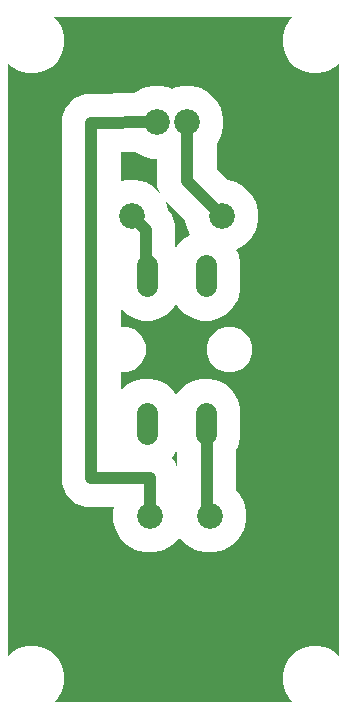
<source format=gbr>
G04 EAGLE Gerber RS-274X export*
G75*
%MOMM*%
%FSLAX34Y34*%
%LPD*%
%INBottom Copper*%
%IPPOS*%
%AMOC8*
5,1,8,0,0,1.08239X$1,22.5*%
G01*
%ADD10C,2.184400*%
%ADD11C,1.790700*%
%ADD12C,1.000000*%

G36*
X250724Y10156D02*
X250724Y10156D01*
X250726Y10156D01*
X250726Y10158D01*
X250727Y10160D01*
X250726Y10161D01*
X250726Y10164D01*
X247870Y13019D01*
X244229Y19326D01*
X242345Y26359D01*
X242345Y33641D01*
X244229Y40674D01*
X247870Y46981D01*
X253019Y52130D01*
X259326Y55771D01*
X266359Y57655D01*
X273641Y57655D01*
X280674Y55771D01*
X286981Y52130D01*
X289836Y49274D01*
X289838Y49274D01*
X289839Y49273D01*
X289841Y49274D01*
X289843Y49274D01*
X289843Y49276D01*
X289845Y49278D01*
X289845Y550722D01*
X289844Y550724D01*
X289844Y550726D01*
X289842Y550726D01*
X289840Y550727D01*
X289839Y550726D01*
X289836Y550726D01*
X286981Y547870D01*
X280674Y544229D01*
X273641Y542345D01*
X266359Y542345D01*
X259326Y544229D01*
X253019Y547870D01*
X247870Y553019D01*
X244229Y559326D01*
X242345Y566359D01*
X242345Y573641D01*
X244229Y580674D01*
X247870Y586981D01*
X250726Y589836D01*
X250726Y589838D01*
X250727Y589839D01*
X250726Y589841D01*
X250726Y589843D01*
X250724Y589843D01*
X250722Y589845D01*
X49278Y589845D01*
X49276Y589844D01*
X49274Y589844D01*
X49274Y589842D01*
X49273Y589840D01*
X49274Y589839D01*
X49274Y589836D01*
X52130Y586981D01*
X55771Y580674D01*
X57655Y573641D01*
X57655Y566359D01*
X55771Y559326D01*
X52130Y553019D01*
X46981Y547870D01*
X40674Y544229D01*
X33641Y542345D01*
X26359Y542345D01*
X19326Y544229D01*
X13019Y547870D01*
X10164Y550726D01*
X10162Y550726D01*
X10161Y550727D01*
X10159Y550726D01*
X10157Y550726D01*
X10157Y550724D01*
X10155Y550722D01*
X10155Y49278D01*
X10156Y49276D01*
X10156Y49274D01*
X10158Y49274D01*
X10160Y49273D01*
X10161Y49274D01*
X10162Y49274D01*
X10164Y49274D01*
X13019Y52130D01*
X19326Y55771D01*
X26359Y57655D01*
X33641Y57655D01*
X40674Y55771D01*
X46981Y52130D01*
X52130Y46981D01*
X55771Y40674D01*
X57655Y33641D01*
X57655Y26359D01*
X55771Y19326D01*
X52130Y13019D01*
X49274Y10164D01*
X49274Y10162D01*
X49273Y10161D01*
X49274Y10159D01*
X49274Y10157D01*
X49276Y10157D01*
X49278Y10155D01*
X250722Y10155D01*
X250724Y10156D01*
G37*
%LPC*%
G36*
X125730Y136783D02*
X125730Y136783D01*
X117866Y138890D01*
X110816Y142960D01*
X105060Y148716D01*
X100990Y155766D01*
X98883Y163630D01*
X98883Y171770D01*
X99748Y174999D01*
X99747Y175000D01*
X99745Y175004D01*
X99744Y175004D01*
X99743Y175005D01*
X75328Y175005D01*
X66141Y178810D01*
X59110Y185841D01*
X55305Y195028D01*
X55305Y499881D01*
X55236Y504673D01*
X55304Y504845D01*
X55304Y504846D01*
X55305Y504847D01*
X55305Y505031D01*
X57139Y509459D01*
X58910Y513914D01*
X59038Y514046D01*
X59038Y514047D01*
X59039Y514048D01*
X59110Y514218D01*
X62498Y517606D01*
X65840Y521045D01*
X66009Y521118D01*
X66010Y521119D01*
X66011Y521119D01*
X66141Y521249D01*
X70569Y523083D01*
X70569Y523084D01*
X70569Y523083D01*
X74971Y524981D01*
X75156Y524984D01*
X75157Y524985D01*
X75158Y524984D01*
X75328Y525055D01*
X80121Y525055D01*
X116989Y525582D01*
X116990Y525583D01*
X116991Y525583D01*
X123966Y529610D01*
X131830Y531717D01*
X139970Y531717D01*
X147834Y529610D01*
X148598Y529169D01*
X148601Y529170D01*
X148603Y529169D01*
X149366Y529610D01*
X157230Y531717D01*
X165370Y531717D01*
X173234Y529610D01*
X180284Y525540D01*
X186040Y519784D01*
X190110Y512734D01*
X192217Y504870D01*
X192217Y496730D01*
X190110Y488866D01*
X186484Y482585D01*
X186484Y482584D01*
X186483Y482583D01*
X186483Y461551D01*
X186485Y461550D01*
X186485Y461548D01*
X196024Y452009D01*
X196025Y452009D01*
X196026Y452008D01*
X202734Y450210D01*
X209784Y446140D01*
X215540Y440384D01*
X219610Y433334D01*
X221717Y425470D01*
X221717Y417330D01*
X219610Y409466D01*
X215540Y402416D01*
X209784Y396660D01*
X203280Y392905D01*
X203278Y392899D01*
X203278Y392898D01*
X204368Y391011D01*
X206341Y383649D01*
X206341Y358119D01*
X204368Y350757D01*
X200557Y344156D01*
X195167Y338766D01*
X188566Y334955D01*
X181203Y332982D01*
X173581Y332982D01*
X166218Y334955D01*
X159617Y338766D01*
X154227Y344156D01*
X152504Y347140D01*
X152503Y347140D01*
X152503Y347141D01*
X152501Y347141D01*
X152498Y347142D01*
X152497Y347140D01*
X152496Y347140D01*
X150773Y344156D01*
X145383Y338766D01*
X138782Y334955D01*
X131419Y332982D01*
X123797Y332982D01*
X116434Y334955D01*
X109833Y338766D01*
X105304Y343295D01*
X105302Y343295D01*
X105301Y343297D01*
X105299Y343295D01*
X105297Y343296D01*
X105297Y343293D01*
X105295Y343292D01*
X105295Y327577D01*
X105300Y327572D01*
X105300Y327573D01*
X105300Y327572D01*
X111356Y327572D01*
X118402Y324653D01*
X123795Y319260D01*
X126714Y312214D01*
X126714Y304586D01*
X123795Y297540D01*
X118402Y292147D01*
X111356Y289228D01*
X105300Y289228D01*
X105295Y289223D01*
X105296Y289223D01*
X105295Y289223D01*
X105295Y273508D01*
X105296Y273507D01*
X105296Y273505D01*
X105298Y273505D01*
X105300Y273503D01*
X105300Y273504D01*
X105301Y273504D01*
X105302Y273505D01*
X105304Y273505D01*
X109833Y278034D01*
X116434Y281845D01*
X123797Y283818D01*
X131419Y283818D01*
X138782Y281845D01*
X145383Y278034D01*
X150773Y272644D01*
X152496Y269660D01*
X152497Y269660D01*
X152497Y269659D01*
X152499Y269659D01*
X152500Y269658D01*
X152501Y269658D01*
X152502Y269658D01*
X152503Y269660D01*
X152504Y269660D01*
X154227Y272644D01*
X159617Y278034D01*
X166218Y281845D01*
X173581Y283818D01*
X181203Y283818D01*
X188566Y281845D01*
X195167Y278034D01*
X200557Y272644D01*
X204368Y266043D01*
X206341Y258681D01*
X206341Y233151D01*
X204368Y225789D01*
X203248Y223849D01*
X203248Y223848D01*
X203247Y223847D01*
X203247Y223846D01*
X203247Y188778D01*
X203249Y188777D01*
X203249Y188775D01*
X205340Y186684D01*
X209410Y179634D01*
X211517Y171770D01*
X211517Y163630D01*
X209410Y155766D01*
X205340Y148716D01*
X199584Y142960D01*
X192534Y138890D01*
X184670Y136783D01*
X176530Y136783D01*
X168666Y138890D01*
X161616Y142960D01*
X155860Y148716D01*
X155204Y149852D01*
X155203Y149853D01*
X155203Y149854D01*
X155201Y149853D01*
X155198Y149854D01*
X155197Y149853D01*
X155196Y149852D01*
X154540Y148716D01*
X148784Y142960D01*
X141734Y138890D01*
X133870Y136783D01*
X125730Y136783D01*
G37*
%LPD*%
%LPC*%
G36*
X193644Y289228D02*
X193644Y289228D01*
X186598Y292147D01*
X181205Y297540D01*
X178286Y304586D01*
X178286Y312214D01*
X181205Y319260D01*
X186598Y324653D01*
X193644Y327572D01*
X201272Y327572D01*
X208318Y324653D01*
X213711Y319260D01*
X216630Y312214D01*
X216630Y304586D01*
X213711Y297540D01*
X208318Y292147D01*
X201272Y289228D01*
X193644Y289228D01*
G37*
%LPD*%
G36*
X138597Y441131D02*
X138597Y441131D01*
X138598Y441131D01*
X138599Y441134D01*
X138600Y441137D01*
X136493Y446224D01*
X136493Y469878D01*
X136488Y469883D01*
X136488Y469882D01*
X136488Y469883D01*
X131830Y469883D01*
X123966Y471990D01*
X117719Y475597D01*
X117718Y475596D01*
X117717Y475597D01*
X117411Y475593D01*
X117409Y475593D01*
X117064Y475588D01*
X117062Y475588D01*
X116716Y475583D01*
X116714Y475583D01*
X116369Y475578D01*
X116367Y475578D01*
X116022Y475573D01*
X116020Y475573D01*
X115675Y475568D01*
X115673Y475568D01*
X115328Y475563D01*
X115326Y475563D01*
X115325Y475563D01*
X114980Y475558D01*
X114978Y475558D01*
X114633Y475553D01*
X114631Y475553D01*
X114286Y475548D01*
X114284Y475548D01*
X113939Y475543D01*
X113937Y475543D01*
X113592Y475538D01*
X113589Y475538D01*
X113244Y475533D01*
X113242Y475533D01*
X112897Y475528D01*
X112895Y475528D01*
X112550Y475523D01*
X112548Y475523D01*
X112203Y475518D01*
X112201Y475518D01*
X111856Y475513D01*
X111853Y475513D01*
X111508Y475508D01*
X111506Y475508D01*
X111161Y475503D01*
X111159Y475503D01*
X110814Y475499D01*
X110812Y475499D01*
X110812Y475498D01*
X110467Y475494D01*
X110465Y475494D01*
X110120Y475489D01*
X110117Y475489D01*
X109772Y475484D01*
X109770Y475484D01*
X109425Y475479D01*
X109423Y475479D01*
X109078Y475474D01*
X109076Y475474D01*
X108731Y475469D01*
X108729Y475469D01*
X108383Y475464D01*
X108381Y475464D01*
X108036Y475459D01*
X108034Y475459D01*
X107689Y475454D01*
X107687Y475454D01*
X107342Y475449D01*
X107340Y475449D01*
X106995Y475444D01*
X106993Y475444D01*
X106992Y475444D01*
X106647Y475439D01*
X106645Y475439D01*
X106300Y475434D01*
X106298Y475434D01*
X105953Y475429D01*
X105951Y475429D01*
X105606Y475424D01*
X105604Y475424D01*
X105300Y475420D01*
X105295Y475415D01*
X105295Y450921D01*
X105295Y450920D01*
X105297Y450920D01*
X105300Y450916D01*
X105300Y450917D01*
X105301Y450916D01*
X110530Y452317D01*
X118670Y452317D01*
X126534Y450210D01*
X133584Y446140D01*
X138592Y441132D01*
X138594Y441131D01*
X138597Y441130D01*
X138597Y441131D01*
G37*
G36*
X152503Y394628D02*
X152503Y394628D01*
X152504Y394628D01*
X154227Y397612D01*
X159617Y403002D01*
X164191Y405643D01*
X164192Y405646D01*
X164194Y405647D01*
X164193Y405648D01*
X164193Y405649D01*
X164193Y405650D01*
X161990Y409466D01*
X159883Y417330D01*
X159883Y417451D01*
X159881Y417452D01*
X159881Y417454D01*
X142629Y434707D01*
X142626Y434707D01*
X142623Y434708D01*
X142623Y434707D01*
X142622Y434707D01*
X142622Y434704D01*
X142621Y434701D01*
X143410Y433334D01*
X145208Y426626D01*
X145209Y426625D01*
X145209Y426624D01*
X147626Y424207D01*
X151431Y415020D01*
X151431Y396473D01*
X151432Y396472D01*
X151432Y396471D01*
X152496Y394628D01*
X152497Y394628D01*
X152497Y394627D01*
X152499Y394627D01*
X152502Y394626D01*
X152503Y394628D01*
G37*
G36*
X153252Y209189D02*
X153252Y209189D01*
X153253Y209189D01*
X153254Y209192D01*
X153257Y209194D01*
X153257Y220867D01*
X153256Y220868D01*
X153256Y220870D01*
X152504Y222172D01*
X152503Y222172D01*
X152503Y222173D01*
X152501Y222173D01*
X152498Y222174D01*
X152497Y222172D01*
X152496Y222172D01*
X150773Y219188D01*
X148470Y216885D01*
X148470Y216879D01*
X148470Y216878D01*
X151190Y214159D01*
X153247Y209192D01*
X153250Y209191D01*
X153251Y209189D01*
X153252Y209189D01*
G37*
D10*
X161300Y500800D03*
X135900Y500800D03*
X129800Y167700D03*
X180600Y167700D03*
X114600Y421400D03*
X190800Y421400D03*
D11*
X127608Y379838D02*
X127608Y361931D01*
X127608Y254870D02*
X127608Y236963D01*
X177392Y361931D02*
X177392Y379838D01*
X177392Y254870D02*
X177392Y236963D01*
D12*
X161488Y451196D02*
X161488Y499964D01*
X161488Y451196D02*
X190444Y422240D01*
X161488Y499964D02*
X161300Y500800D01*
X190444Y422240D02*
X190800Y421400D01*
X130000Y200000D02*
X130000Y170000D01*
X130000Y200000D02*
X80300Y200000D01*
X135900Y500800D02*
X135846Y500855D01*
X80300Y500060D01*
X80300Y200000D01*
X130000Y170000D02*
X129800Y167700D01*
X178252Y169256D02*
X178252Y245456D01*
X178252Y169256D02*
X179776Y167732D01*
X178252Y245456D02*
X177392Y245916D01*
X179776Y167732D02*
X180600Y167700D01*
X126436Y371948D02*
X126436Y410048D01*
X115768Y420716D01*
X126436Y371948D02*
X127608Y370884D01*
X115768Y420716D02*
X114600Y421400D01*
M02*

</source>
